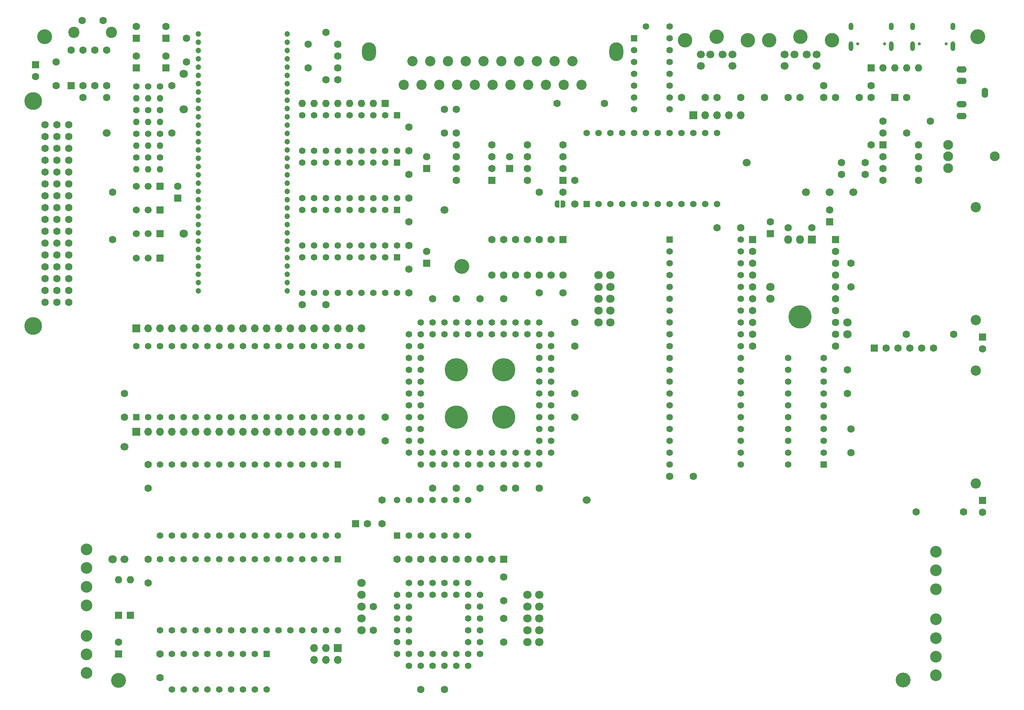
<source format=gbs>
G04 #@! TF.GenerationSoftware,KiCad,Pcbnew,5.1.9*
G04 #@! TF.CreationDate,2021-04-27T01:21:22+02:00*
G04 #@! TF.ProjectId,main,6d61696e-2e6b-4696-9361-645f70636258,rev?*
G04 #@! TF.SameCoordinates,Original*
G04 #@! TF.FileFunction,Soldermask,Bot*
G04 #@! TF.FilePolarity,Negative*
%FSLAX46Y46*%
G04 Gerber Fmt 4.6, Leading zero omitted, Abs format (unit mm)*
G04 Created by KiCad (PCBNEW 5.1.9) date 2021-04-27 01:21:22*
%MOMM*%
%LPD*%
G01*
G04 APERTURE LIST*
%ADD10C,0.650000*%
%ADD11O,1.000000X2.100000*%
%ADD12O,1.000000X1.600000*%
%ADD13C,1.700000*%
%ADD14C,3.200000*%
%ADD15C,1.422400*%
%ADD16R,1.422400X1.422400*%
%ADD17C,5.000000*%
%ADD18C,1.800000*%
%ADD19R,1.600000X1.600000*%
%ADD20C,1.600000*%
%ADD21C,3.800000*%
%ADD22C,2.100000*%
%ADD23O,1.600000X1.600000*%
%ADD24C,2.200000*%
%ADD25O,3.000000X4.000000*%
%ADD26C,3.100000*%
%ADD27C,2.500000*%
%ADD28O,1.400000X2.200000*%
%ADD29O,2.200000X1.400000*%
%ADD30C,0.100000*%
%ADD31C,2.400000*%
%ADD32C,1.200000*%
%ADD33R,1.520000X1.520000*%
%ADD34C,1.520000*%
%ADD35O,1.400000X1.400000*%
%ADD36C,1.400000*%
%ADD37O,1.800000X1.800000*%
%ADD38R,1.800000X1.800000*%
%ADD39O,1.700000X1.700000*%
%ADD40R,1.700000X1.700000*%
G04 APERTURE END LIST*
D10*
X208440000Y-21490000D03*
X214220000Y-21490000D03*
D11*
X215650000Y-22020000D03*
X207010000Y-22020000D03*
D12*
X215650000Y-17840000D03*
X207010000Y-17840000D03*
X193800000Y-17840000D03*
X202440000Y-17840000D03*
D11*
X193800000Y-22020000D03*
X202440000Y-22020000D03*
D10*
X201010000Y-21490000D03*
X195230000Y-21490000D03*
D13*
X184150000Y-53340000D03*
X194310000Y-53340000D03*
X137160000Y-119380000D03*
X171450000Y-46990000D03*
X189230000Y-53340000D03*
X106680000Y-57150000D03*
X34290000Y-40640000D03*
X38100000Y-107950000D03*
X38100000Y-132080000D03*
D14*
X21000000Y-20000000D03*
D15*
X137160000Y-40640000D03*
X165100000Y-55880000D03*
X139700000Y-40640000D03*
X162560000Y-55880000D03*
X142240000Y-40640000D03*
X160020000Y-55880000D03*
X144780000Y-40640000D03*
X157480000Y-55880000D03*
X147320000Y-40640000D03*
X154940000Y-55880000D03*
X149860000Y-40640000D03*
X152400000Y-55880000D03*
X152400000Y-40640000D03*
X149860000Y-55880000D03*
X154940000Y-40640000D03*
X147320000Y-55880000D03*
X157480000Y-40640000D03*
X144780000Y-55880000D03*
X160020000Y-40640000D03*
X142240000Y-55880000D03*
X162560000Y-40640000D03*
X139700000Y-55880000D03*
X165100000Y-40640000D03*
D16*
X137160000Y-55880000D03*
D15*
X114300000Y-83820000D03*
X114300000Y-81280000D03*
X111760000Y-81280000D03*
X111760000Y-83820000D03*
X109220000Y-81280000D03*
X109220000Y-83820000D03*
X106680000Y-81280000D03*
X106680000Y-83820000D03*
X104140000Y-81280000D03*
X104140000Y-83820000D03*
X101600000Y-81280000D03*
X99060000Y-83820000D03*
X101600000Y-83820000D03*
X99060000Y-86360000D03*
X101600000Y-86360000D03*
X99060000Y-88900000D03*
X101600000Y-88900000D03*
X99060000Y-91440000D03*
X101600000Y-91440000D03*
X99060000Y-93980000D03*
X101600000Y-93980000D03*
X99060000Y-96520000D03*
X101600000Y-96520000D03*
X99060000Y-99060000D03*
X101600000Y-99060000D03*
X99060000Y-101600000D03*
X101600000Y-101600000D03*
X99060000Y-109220000D03*
X99060000Y-104140000D03*
X101600000Y-104140000D03*
X99060000Y-106680000D03*
X101600000Y-106680000D03*
X101600000Y-111760000D03*
X101600000Y-109220000D03*
X104140000Y-111760000D03*
X104140000Y-109220000D03*
X106680000Y-111760000D03*
X106680000Y-109220000D03*
X109220000Y-111760000D03*
X109220000Y-109220000D03*
X111760000Y-111760000D03*
X111760000Y-109220000D03*
X114300000Y-111760000D03*
X114300000Y-109220000D03*
X116840000Y-111760000D03*
X116840000Y-109220000D03*
X119380000Y-111760000D03*
X119380000Y-109220000D03*
X121920000Y-111760000D03*
X121920000Y-109220000D03*
X124460000Y-111760000D03*
X124460000Y-109220000D03*
X127000000Y-111760000D03*
X129540000Y-109220000D03*
X127000000Y-109220000D03*
X129540000Y-106680000D03*
X127000000Y-106680000D03*
X129540000Y-104140000D03*
X127000000Y-104140000D03*
X129540000Y-101600000D03*
X127000000Y-101600000D03*
X129540000Y-99060000D03*
X127000000Y-99060000D03*
X129540000Y-96520000D03*
X127000000Y-96520000D03*
X129540000Y-93980000D03*
X127000000Y-93980000D03*
X129540000Y-91440000D03*
X127000000Y-91440000D03*
X129540000Y-88900000D03*
X127000000Y-88900000D03*
X129540000Y-86360000D03*
X127000000Y-86360000D03*
X129540000Y-83820000D03*
X127000000Y-81280000D03*
X127000000Y-83820000D03*
X124460000Y-81280000D03*
X124460000Y-83820000D03*
X121920000Y-81280000D03*
X121920000Y-83820000D03*
X119380000Y-81280000D03*
X119380000Y-83820000D03*
X116840000Y-81280000D03*
X116840000Y-83820000D03*
D17*
X109220000Y-101600000D03*
X119380000Y-101600000D03*
X119380000Y-91440000D03*
X109220000Y-91440000D03*
D18*
X142240000Y-71120000D03*
X139700000Y-71120000D03*
X139700000Y-73660000D03*
X142240000Y-73660000D03*
X142240000Y-81280000D03*
X139700000Y-81280000D03*
X142240000Y-78740000D03*
X139700000Y-78740000D03*
X142240000Y-76200000D03*
X139700000Y-76200000D03*
D19*
X132080000Y-63500000D03*
D20*
X116840000Y-71120000D03*
X129540000Y-63500000D03*
X119380000Y-71120000D03*
X127000000Y-63500000D03*
X121920000Y-71120000D03*
X124460000Y-63500000D03*
X124460000Y-71120000D03*
X121920000Y-63500000D03*
X127000000Y-71120000D03*
X119380000Y-63500000D03*
X129540000Y-71120000D03*
X116840000Y-63500000D03*
X132080000Y-71120000D03*
D15*
X96520000Y-74930000D03*
X76200000Y-67310000D03*
X93980000Y-74930000D03*
X78740000Y-67310000D03*
X91440000Y-74930000D03*
X81280000Y-67310000D03*
X88900000Y-74930000D03*
X83820000Y-67310000D03*
X86360000Y-74930000D03*
X86360000Y-67310000D03*
X83820000Y-74930000D03*
X88900000Y-67310000D03*
X81280000Y-74930000D03*
X91440000Y-67310000D03*
X78740000Y-74930000D03*
X93980000Y-67310000D03*
X76200000Y-74930000D03*
D16*
X96520000Y-67310000D03*
D14*
X110439200Y-69240400D03*
X205000000Y-158000000D03*
D20*
X26180000Y-77000000D03*
X26180000Y-74460000D03*
X26180000Y-71920000D03*
X26180000Y-69380000D03*
X26180000Y-66840000D03*
X26180000Y-64300000D03*
X26180000Y-61760000D03*
X26180000Y-59220000D03*
X26180000Y-56680000D03*
X26180000Y-54140000D03*
X26180000Y-51600000D03*
X26180000Y-49060000D03*
X26180000Y-46520000D03*
X26180000Y-43980000D03*
X26180000Y-41440000D03*
X26180000Y-38900000D03*
X23640000Y-77000000D03*
X23640000Y-74460000D03*
X23640000Y-71920000D03*
X23640000Y-69380000D03*
X23640000Y-66840000D03*
X23640000Y-64300000D03*
X23640000Y-61760000D03*
X23640000Y-59220000D03*
X23640000Y-56680000D03*
X23640000Y-54140000D03*
X23640000Y-51600000D03*
X23640000Y-49060000D03*
X23640000Y-46520000D03*
X23640000Y-43980000D03*
X23640000Y-41440000D03*
X23640000Y-38900000D03*
X21100000Y-77000000D03*
X21100000Y-74460000D03*
X21100000Y-71920000D03*
X21100000Y-69380000D03*
X21100000Y-66840000D03*
X21100000Y-64300000D03*
X21100000Y-61760000D03*
X21100000Y-59220000D03*
X21100000Y-56680000D03*
X21100000Y-54140000D03*
X21100000Y-51600000D03*
X21100000Y-49060000D03*
X21100000Y-46520000D03*
X21100000Y-43980000D03*
X21100000Y-41440000D03*
D21*
X18560000Y-82080000D03*
X18560000Y-33820000D03*
D20*
X21100000Y-38900000D03*
D22*
X214630000Y-43180000D03*
X214630000Y-45680000D03*
X214630000Y-48180000D03*
X224630000Y-45680000D03*
D15*
X68580000Y-160020000D03*
X48260000Y-152400000D03*
X66040000Y-160020000D03*
X50800000Y-152400000D03*
X63500000Y-160020000D03*
X53340000Y-152400000D03*
X60960000Y-160020000D03*
X55880000Y-152400000D03*
X58420000Y-160020000D03*
X58420000Y-152400000D03*
X55880000Y-160020000D03*
X60960000Y-152400000D03*
X53340000Y-160020000D03*
X63500000Y-152400000D03*
X50800000Y-160020000D03*
X66040000Y-152400000D03*
X48260000Y-160020000D03*
D16*
X68580000Y-152400000D03*
D19*
X39370000Y-144145000D03*
D23*
X39370000Y-136525000D03*
D15*
X40640000Y-86360000D03*
X88900000Y-101600000D03*
X43180000Y-86360000D03*
X86360000Y-101600000D03*
X45720000Y-86360000D03*
X83820000Y-101600000D03*
X48260000Y-86360000D03*
X81280000Y-101600000D03*
X50800000Y-86360000D03*
X78740000Y-101600000D03*
X53340000Y-86360000D03*
X76200000Y-101600000D03*
X55880000Y-86360000D03*
X73660000Y-101600000D03*
X58420000Y-86360000D03*
X71120000Y-101600000D03*
X60960000Y-86360000D03*
X68580000Y-101600000D03*
X63500000Y-86360000D03*
X66040000Y-101600000D03*
X66040000Y-86360000D03*
X63500000Y-101600000D03*
X68580000Y-86360000D03*
X60960000Y-101600000D03*
X71120000Y-86360000D03*
X58420000Y-101600000D03*
X73660000Y-86360000D03*
X55880000Y-101600000D03*
X76200000Y-86360000D03*
X53340000Y-101600000D03*
X78740000Y-86360000D03*
X50800000Y-101600000D03*
X81280000Y-86360000D03*
X48260000Y-101600000D03*
X83820000Y-86360000D03*
X45720000Y-101600000D03*
X86360000Y-86360000D03*
X43180000Y-101600000D03*
X88900000Y-86360000D03*
D16*
X40640000Y-101600000D03*
D14*
X221000000Y-20000000D03*
X36830000Y-158115000D03*
D24*
X97950000Y-30298640D03*
X99855000Y-25218640D03*
X101760000Y-30298640D03*
X103665000Y-25218640D03*
X105570000Y-30298640D03*
X107475000Y-25218640D03*
X109380000Y-30298640D03*
X111285000Y-25218640D03*
X113190000Y-30298640D03*
X115095000Y-25218640D03*
X117000000Y-30298640D03*
X118905000Y-25218640D03*
X120810000Y-30298640D03*
X122715000Y-25218640D03*
X124620000Y-30298640D03*
X126525000Y-25218640D03*
X128430000Y-30298640D03*
X130335000Y-25218640D03*
X132240000Y-30298640D03*
X134145000Y-25218640D03*
X136050000Y-30298640D03*
D25*
X90500180Y-23219660D03*
X143499820Y-23219660D03*
D20*
X132080000Y-74930000D03*
X127000000Y-74930000D03*
X38100000Y-101600000D03*
X38100000Y-96520000D03*
X43180000Y-116840000D03*
X43180000Y-111760000D03*
X43180000Y-132080000D03*
X43180000Y-137160000D03*
X93345000Y-119380000D03*
X93345000Y-124460000D03*
X23495000Y-30480000D03*
X23495000Y-25400000D03*
X29210000Y-33020000D03*
X34290000Y-33020000D03*
D19*
X19050000Y-26035000D03*
D20*
X19050000Y-28575000D03*
X114300000Y-76200000D03*
X119380000Y-76200000D03*
X134620000Y-86360000D03*
X134620000Y-81280000D03*
X134620000Y-96520000D03*
X134620000Y-101600000D03*
X114300000Y-116840000D03*
X119380000Y-116840000D03*
X127000000Y-116840000D03*
X121920000Y-116840000D03*
X109220000Y-116840000D03*
X104140000Y-116840000D03*
X93980000Y-101600000D03*
X93980000Y-106680000D03*
X109220000Y-76200000D03*
X104140000Y-76200000D03*
X83820000Y-24130000D03*
X83820000Y-21590000D03*
X83820000Y-29210000D03*
X83820000Y-26670000D03*
X99060000Y-69850000D03*
X99060000Y-74930000D03*
X99060000Y-64770000D03*
X99060000Y-59690000D03*
X99060000Y-49530000D03*
X99060000Y-54610000D03*
X99060000Y-44450000D03*
X99060000Y-39370000D03*
X49530000Y-52070000D03*
D19*
X49530000Y-54610000D03*
X102870000Y-48260000D03*
D20*
X102870000Y-45720000D03*
X102870000Y-66040000D03*
D19*
X102870000Y-68580000D03*
D20*
X40640000Y-17780000D03*
D19*
X40640000Y-20320000D03*
D20*
X51435000Y-20320000D03*
X51435000Y-25400000D03*
X81280000Y-77470000D03*
X76200000Y-77470000D03*
D19*
X46990000Y-26670000D03*
D20*
X46990000Y-24130000D03*
X193820000Y-104160000D03*
X193820000Y-109240000D03*
X193820000Y-68600000D03*
X193820000Y-73680000D03*
X193040000Y-96520000D03*
X193040000Y-91440000D03*
X191770000Y-49530000D03*
X196850000Y-49530000D03*
X195580000Y-33020000D03*
X190500000Y-33020000D03*
D19*
X87630000Y-124460000D03*
D20*
X90170000Y-124460000D03*
X191770000Y-46990000D03*
X196850000Y-46990000D03*
X157480000Y-33020000D03*
X162560000Y-33020000D03*
X165100000Y-33020000D03*
X170180000Y-33020000D03*
X175260000Y-33020000D03*
X180340000Y-33020000D03*
X182880000Y-33020000D03*
X187960000Y-33020000D03*
D15*
X149860000Y-17780000D03*
X154940000Y-17780000D03*
D20*
X170180000Y-60960000D03*
X165100000Y-60960000D03*
X134620000Y-50800000D03*
X134620000Y-55880000D03*
X127000000Y-53340000D03*
X132080000Y-53340000D03*
X120650000Y-45720000D03*
D19*
X120650000Y-48260000D03*
D20*
X106680000Y-35560000D03*
X106680000Y-40640000D03*
X109220000Y-40640000D03*
X109220000Y-35560000D03*
X205740000Y-40640000D03*
X200660000Y-40640000D03*
D19*
X203200000Y-33020000D03*
D20*
X205740000Y-33020000D03*
X222000000Y-122040000D03*
D19*
X222000000Y-119500000D03*
X222000000Y-84460000D03*
D20*
X222000000Y-87000000D03*
D23*
X36830000Y-136525000D03*
D19*
X36830000Y-144145000D03*
D24*
X220532200Y-115816848D03*
X220532200Y-91620808D03*
X220532200Y-56620808D03*
X220532200Y-80816848D03*
D13*
X163700000Y-23800000D03*
X166300000Y-23800000D03*
X161600000Y-26300000D03*
X168400000Y-26300000D03*
X161600000Y-23800000D03*
X168400000Y-23800000D03*
D26*
X171750000Y-20800000D03*
X165000000Y-20000000D03*
X158250000Y-20800000D03*
X176250000Y-20800000D03*
X183000000Y-20000000D03*
X189750000Y-20800000D03*
D13*
X186400000Y-23800000D03*
X179600000Y-23800000D03*
X186400000Y-26300000D03*
X179600000Y-26300000D03*
X184300000Y-23800000D03*
X181700000Y-23800000D03*
D27*
X30000000Y-156500000D03*
X30000000Y-152500000D03*
X30000000Y-148500000D03*
X30000000Y-142000000D03*
X30000000Y-138000000D03*
X30000000Y-134000000D03*
X30000000Y-130000000D03*
X212000000Y-157000000D03*
X212000000Y-153000000D03*
X212000000Y-149000000D03*
X212000000Y-145000000D03*
X212000000Y-138500000D03*
X212000000Y-134500000D03*
X212000000Y-130500000D03*
D28*
X222500000Y-32000000D03*
D29*
X217500000Y-34500000D03*
X217500000Y-37000000D03*
X217500000Y-29500000D03*
X217500000Y-27000000D03*
D30*
G36*
X130810000Y-56629398D02*
G01*
X130785466Y-56629398D01*
X130736635Y-56624588D01*
X130688510Y-56615016D01*
X130641555Y-56600772D01*
X130596222Y-56581995D01*
X130552949Y-56558864D01*
X130512150Y-56531604D01*
X130474221Y-56500476D01*
X130439524Y-56465779D01*
X130408396Y-56427850D01*
X130381136Y-56387051D01*
X130358005Y-56343778D01*
X130339228Y-56298445D01*
X130324984Y-56251490D01*
X130315412Y-56203365D01*
X130310602Y-56154534D01*
X130310602Y-56130000D01*
X130310000Y-56130000D01*
X130310000Y-55630000D01*
X130310602Y-55630000D01*
X130310602Y-55605466D01*
X130315412Y-55556635D01*
X130324984Y-55508510D01*
X130339228Y-55461555D01*
X130358005Y-55416222D01*
X130381136Y-55372949D01*
X130408396Y-55332150D01*
X130439524Y-55294221D01*
X130474221Y-55259524D01*
X130512150Y-55228396D01*
X130552949Y-55201136D01*
X130596222Y-55178005D01*
X130641555Y-55159228D01*
X130688510Y-55144984D01*
X130736635Y-55135412D01*
X130785466Y-55130602D01*
X130810000Y-55130602D01*
X130810000Y-55130000D01*
X131310000Y-55130000D01*
X131310000Y-56630000D01*
X130810000Y-56630000D01*
X130810000Y-56629398D01*
G37*
G36*
X131610000Y-55130000D02*
G01*
X132110000Y-55130000D01*
X132110000Y-55130602D01*
X132134534Y-55130602D01*
X132183365Y-55135412D01*
X132231490Y-55144984D01*
X132278445Y-55159228D01*
X132323778Y-55178005D01*
X132367051Y-55201136D01*
X132407850Y-55228396D01*
X132445779Y-55259524D01*
X132480476Y-55294221D01*
X132511604Y-55332150D01*
X132538864Y-55372949D01*
X132561995Y-55416222D01*
X132580772Y-55461555D01*
X132595016Y-55508510D01*
X132604588Y-55556635D01*
X132609398Y-55605466D01*
X132609398Y-55630000D01*
X132610000Y-55630000D01*
X132610000Y-56130000D01*
X132609398Y-56130000D01*
X132609398Y-56154534D01*
X132604588Y-56203365D01*
X132595016Y-56251490D01*
X132580772Y-56298445D01*
X132561995Y-56343778D01*
X132538864Y-56387051D01*
X132511604Y-56427850D01*
X132480476Y-56465779D01*
X132445779Y-56500476D01*
X132407850Y-56531604D01*
X132367051Y-56558864D01*
X132323778Y-56581995D01*
X132278445Y-56600772D01*
X132231490Y-56615016D01*
X132183365Y-56624588D01*
X132134534Y-56629398D01*
X132110000Y-56629398D01*
X132110000Y-56630000D01*
X131610000Y-56630000D01*
X131610000Y-55130000D01*
G37*
D20*
X81280000Y-19050000D03*
X81280000Y-29210000D03*
X207790000Y-121940000D03*
X217950000Y-121940000D03*
X205656400Y-83865400D03*
X215816400Y-83865400D03*
X198120000Y-30480000D03*
X187960000Y-30480000D03*
X198120000Y-43180000D03*
X198120000Y-33020000D03*
X200660000Y-38100000D03*
X210820000Y-38100000D03*
X211523800Y-86837200D03*
X208983800Y-86837200D03*
X206443800Y-86837200D03*
X203903800Y-86837200D03*
X201363800Y-86837200D03*
D19*
X198823800Y-86837200D03*
D20*
X29055060Y-16550640D03*
D31*
X27305000Y-19050000D03*
X35306000Y-19050000D03*
D20*
X33555940Y-16550640D03*
X26670000Y-22860000D03*
X34290000Y-30480000D03*
X29210000Y-22860000D03*
X31750000Y-30480000D03*
X31750000Y-22860000D03*
X29210000Y-30480000D03*
X34290000Y-22860000D03*
D19*
X26670000Y-30480000D03*
D15*
X96520000Y-119380000D03*
X111760000Y-127000000D03*
X99060000Y-119380000D03*
X109220000Y-127000000D03*
X101600000Y-119380000D03*
X106680000Y-127000000D03*
X104140000Y-119380000D03*
X104140000Y-127000000D03*
X106680000Y-119380000D03*
X101600000Y-127000000D03*
X109220000Y-119380000D03*
X99060000Y-127000000D03*
X111760000Y-119380000D03*
D16*
X96520000Y-127000000D03*
X83820000Y-111760000D03*
D15*
X55880000Y-127000000D03*
X81280000Y-111760000D03*
X58420000Y-127000000D03*
X78740000Y-111760000D03*
X60960000Y-127000000D03*
X76200000Y-111760000D03*
X63500000Y-127000000D03*
X73660000Y-111760000D03*
X66040000Y-127000000D03*
X71120000Y-111760000D03*
X68580000Y-127000000D03*
X68580000Y-111760000D03*
X71120000Y-127000000D03*
X66040000Y-111760000D03*
X73660000Y-127000000D03*
X63500000Y-111760000D03*
X76200000Y-127000000D03*
X60960000Y-111760000D03*
X78740000Y-127000000D03*
X58420000Y-111760000D03*
X81280000Y-127000000D03*
X55880000Y-111760000D03*
X83820000Y-127000000D03*
X53340000Y-111760000D03*
X50800000Y-111760000D03*
X48260000Y-111760000D03*
X45720000Y-111760000D03*
X45720000Y-127000000D03*
X48260000Y-127000000D03*
X50800000Y-127000000D03*
X53340000Y-127000000D03*
D16*
X96520000Y-46990000D03*
D15*
X76200000Y-54610000D03*
X93980000Y-46990000D03*
X78740000Y-54610000D03*
X91440000Y-46990000D03*
X81280000Y-54610000D03*
X88900000Y-46990000D03*
X83820000Y-54610000D03*
X86360000Y-46990000D03*
X86360000Y-54610000D03*
X83820000Y-46990000D03*
X88900000Y-54610000D03*
X81280000Y-46990000D03*
X91440000Y-54610000D03*
X78740000Y-46990000D03*
X93980000Y-54610000D03*
X76200000Y-46990000D03*
X96520000Y-54610000D03*
X96520000Y-64770000D03*
X76200000Y-57150000D03*
X93980000Y-64770000D03*
X78740000Y-57150000D03*
X91440000Y-64770000D03*
X81280000Y-57150000D03*
X88900000Y-64770000D03*
X83820000Y-57150000D03*
X86360000Y-64770000D03*
X86360000Y-57150000D03*
X83820000Y-64770000D03*
X88900000Y-57150000D03*
X81280000Y-64770000D03*
X91440000Y-57150000D03*
X78740000Y-64770000D03*
X93980000Y-57150000D03*
X76200000Y-64770000D03*
D16*
X96520000Y-57150000D03*
X96520000Y-36830000D03*
D15*
X76200000Y-44450000D03*
X93980000Y-36830000D03*
X78740000Y-44450000D03*
X91440000Y-36830000D03*
X81280000Y-44450000D03*
X88900000Y-36830000D03*
X83820000Y-44450000D03*
X86360000Y-36830000D03*
X86360000Y-44450000D03*
X83820000Y-36830000D03*
X88900000Y-44450000D03*
X81280000Y-36830000D03*
X91440000Y-44450000D03*
X78740000Y-36830000D03*
X93980000Y-44450000D03*
X76200000Y-36830000D03*
X96520000Y-44450000D03*
D32*
X53975000Y-19431000D03*
X53975000Y-21209000D03*
X53975000Y-22987000D03*
X53975000Y-24765000D03*
X53975000Y-26543000D03*
X53975000Y-28321000D03*
X53975000Y-30099000D03*
X53975000Y-31877000D03*
X53975000Y-33655000D03*
X53975000Y-35433000D03*
X53975000Y-37211000D03*
X53975000Y-38989000D03*
X53975000Y-40767000D03*
X53975000Y-42545000D03*
X53975000Y-44323000D03*
X53975000Y-46101000D03*
X53975000Y-47879000D03*
X53975000Y-49657000D03*
X53975000Y-51435000D03*
X53975000Y-53213000D03*
X53975000Y-54991000D03*
X53975000Y-56769000D03*
X53975000Y-58547000D03*
X53975000Y-60325000D03*
X53975000Y-62103000D03*
X53975000Y-63881000D03*
X53975000Y-65659000D03*
X53975000Y-67437000D03*
X53975000Y-69215000D03*
X53975000Y-70993000D03*
X53975000Y-72771000D03*
X53975000Y-74549000D03*
X73025000Y-19431000D03*
X73025000Y-21209000D03*
X73025000Y-22987000D03*
X73025000Y-24765000D03*
X73025000Y-26543000D03*
X73025000Y-28321000D03*
X73025000Y-30099000D03*
X73025000Y-31877000D03*
X73025000Y-33655000D03*
X73025000Y-35433000D03*
X73025000Y-37211000D03*
X73025000Y-38989000D03*
X73025000Y-40767000D03*
X73025000Y-42545000D03*
X73025000Y-44323000D03*
X73025000Y-46101000D03*
X73025000Y-47879000D03*
X73025000Y-49657000D03*
X73025000Y-51435000D03*
X73025000Y-53213000D03*
X73025000Y-54991000D03*
X73025000Y-56769000D03*
X73025000Y-58547000D03*
X73025000Y-60325000D03*
X73025000Y-62103000D03*
X73025000Y-63881000D03*
X73025000Y-65659000D03*
X73025000Y-67437000D03*
X73025000Y-69215000D03*
X73025000Y-70993000D03*
X73025000Y-72771000D03*
X73025000Y-74549000D03*
D15*
X180340000Y-111760000D03*
X187960000Y-88900000D03*
X180340000Y-109220000D03*
X187960000Y-91440000D03*
X180340000Y-106680000D03*
X187960000Y-93980000D03*
X180340000Y-104140000D03*
X187960000Y-96520000D03*
X180340000Y-101600000D03*
X187960000Y-99060000D03*
X180340000Y-99060000D03*
X187960000Y-101600000D03*
X180340000Y-96520000D03*
X187960000Y-104140000D03*
X180340000Y-93980000D03*
X187960000Y-106680000D03*
X180340000Y-91440000D03*
X187960000Y-109220000D03*
X180340000Y-88900000D03*
D16*
X187960000Y-111760000D03*
D15*
X170180000Y-63500000D03*
X154940000Y-111760000D03*
X170180000Y-66040000D03*
X154940000Y-109220000D03*
X170180000Y-68580000D03*
X154940000Y-106680000D03*
X170180000Y-71120000D03*
X154940000Y-104140000D03*
X170180000Y-73660000D03*
X154940000Y-101600000D03*
X170180000Y-76200000D03*
X154940000Y-99060000D03*
X170180000Y-78740000D03*
X154940000Y-96520000D03*
X170180000Y-81280000D03*
X154940000Y-93980000D03*
X170180000Y-83820000D03*
X154940000Y-91440000D03*
X170180000Y-86360000D03*
X154940000Y-88900000D03*
X170180000Y-88900000D03*
X154940000Y-86360000D03*
X170180000Y-91440000D03*
X154940000Y-83820000D03*
X170180000Y-93980000D03*
X154940000Y-81280000D03*
X170180000Y-96520000D03*
X154940000Y-78740000D03*
X170180000Y-99060000D03*
X154940000Y-76200000D03*
X170180000Y-101600000D03*
X154940000Y-73660000D03*
X170180000Y-104140000D03*
X154940000Y-71120000D03*
X170180000Y-106680000D03*
X154940000Y-68580000D03*
X170180000Y-109220000D03*
X154940000Y-66040000D03*
X170180000Y-111760000D03*
D16*
X154940000Y-63500000D03*
D20*
X109220000Y-50800000D03*
X116840000Y-43180000D03*
X109220000Y-48260000D03*
X116840000Y-45720000D03*
X109220000Y-45720000D03*
X116840000Y-48260000D03*
X109220000Y-43180000D03*
D19*
X116840000Y-50800000D03*
X132080000Y-50800000D03*
D20*
X124460000Y-43180000D03*
X132080000Y-48260000D03*
X124460000Y-45720000D03*
X132080000Y-45720000D03*
X124460000Y-48260000D03*
X132080000Y-43180000D03*
X124460000Y-50800000D03*
D19*
X200660000Y-43180000D03*
D20*
X208280000Y-50800000D03*
X200660000Y-45720000D03*
X208280000Y-48260000D03*
X200660000Y-48260000D03*
X208280000Y-45720000D03*
X200660000Y-50800000D03*
X208280000Y-43180000D03*
X77470000Y-26670000D03*
X77470000Y-21590000D03*
D15*
X53340000Y-147320000D03*
X50800000Y-147320000D03*
X48260000Y-147320000D03*
X45720000Y-147320000D03*
X45720000Y-132080000D03*
X48260000Y-132080000D03*
X50800000Y-132080000D03*
X53340000Y-132080000D03*
X83820000Y-147320000D03*
X55880000Y-132080000D03*
X81280000Y-147320000D03*
X58420000Y-132080000D03*
X78740000Y-147320000D03*
X60960000Y-132080000D03*
X76200000Y-147320000D03*
X63500000Y-132080000D03*
X73660000Y-147320000D03*
X66040000Y-132080000D03*
X71120000Y-147320000D03*
X68580000Y-132080000D03*
X68580000Y-147320000D03*
X71120000Y-132080000D03*
X66040000Y-147320000D03*
X73660000Y-132080000D03*
X63500000Y-147320000D03*
X76200000Y-132080000D03*
X60960000Y-147320000D03*
X78740000Y-132080000D03*
X58420000Y-147320000D03*
X81280000Y-132080000D03*
X55880000Y-147320000D03*
D16*
X83820000Y-132080000D03*
D19*
X93980000Y-34290000D03*
D23*
X91440000Y-34290000D03*
X88900000Y-34290000D03*
X86360000Y-34290000D03*
X83820000Y-34290000D03*
X81280000Y-34290000D03*
X78740000Y-34290000D03*
X76200000Y-34290000D03*
D20*
X190500000Y-86360000D03*
X190500000Y-83820000D03*
X190500000Y-81280000D03*
X190500000Y-78740000D03*
X190500000Y-76200000D03*
X190500000Y-73660000D03*
X190500000Y-71120000D03*
X190500000Y-68580000D03*
X190500000Y-66040000D03*
D19*
X190500000Y-63500000D03*
X40640000Y-26670000D03*
D20*
X40640000Y-24130000D03*
X46990000Y-17780000D03*
D19*
X46990000Y-20320000D03*
D20*
X130810000Y-34290000D03*
X140970000Y-34290000D03*
D33*
X45720000Y-62230000D03*
D34*
X40640000Y-62230000D03*
X43180000Y-62230000D03*
X43180000Y-67470000D03*
X40640000Y-67470000D03*
D33*
X45720000Y-67470000D03*
D34*
X43180000Y-57150000D03*
X40640000Y-57150000D03*
D33*
X45720000Y-57150000D03*
X45720000Y-52070000D03*
D34*
X40640000Y-52070000D03*
X43180000Y-52070000D03*
D19*
X36830000Y-152400000D03*
D20*
X36830000Y-149860000D03*
X45720000Y-157480000D03*
X45720000Y-152400000D03*
X96520000Y-132080000D03*
X99060000Y-132080000D03*
X101600000Y-132080000D03*
X104140000Y-132080000D03*
X106680000Y-132080000D03*
X109220000Y-132080000D03*
X111760000Y-132080000D03*
X114300000Y-132080000D03*
X116840000Y-132080000D03*
D19*
X119380000Y-132080000D03*
D15*
X154940000Y-20320000D03*
X147320000Y-35560000D03*
X154940000Y-22860000D03*
X147320000Y-33020000D03*
X154940000Y-25400000D03*
X147320000Y-30480000D03*
X154940000Y-27940000D03*
X147320000Y-27940000D03*
X154940000Y-30480000D03*
X147320000Y-25400000D03*
X154940000Y-33020000D03*
X147320000Y-22860000D03*
X154940000Y-35560000D03*
D16*
X147320000Y-20320000D03*
D20*
X101600000Y-160020000D03*
X106680000Y-160020000D03*
X91440000Y-147320000D03*
X91440000Y-142240000D03*
X119380000Y-135890000D03*
X119380000Y-140970000D03*
X119380000Y-144780000D03*
X119380000Y-149860000D03*
D18*
X127000000Y-139700000D03*
X124460000Y-139700000D03*
X124460000Y-142240000D03*
X127000000Y-142240000D03*
X127000000Y-149860000D03*
X124460000Y-149860000D03*
X127000000Y-147320000D03*
X124460000Y-147320000D03*
X127000000Y-144780000D03*
X124460000Y-144780000D03*
D35*
X40640000Y-38260000D03*
D36*
X40640000Y-35720000D03*
X45720000Y-45880000D03*
D35*
X45720000Y-48420000D03*
X43180000Y-48420000D03*
D36*
X43180000Y-45880000D03*
X40640000Y-45880000D03*
D35*
X40640000Y-48420000D03*
X45720000Y-38260000D03*
D36*
X45720000Y-35720000D03*
D35*
X45720000Y-43340000D03*
D36*
X45720000Y-40800000D03*
X43180000Y-40800000D03*
D35*
X43180000Y-43340000D03*
X43180000Y-38260000D03*
D36*
X43180000Y-35720000D03*
X40640000Y-40800000D03*
D35*
X40640000Y-43340000D03*
X45720000Y-33180000D03*
D36*
X45720000Y-30640000D03*
X43180000Y-30640000D03*
D35*
X43180000Y-33180000D03*
X40640000Y-33180000D03*
D36*
X40640000Y-30640000D03*
D19*
X189230000Y-59690000D03*
D20*
X189230000Y-57150000D03*
X185420000Y-60960000D03*
X180340000Y-60960000D03*
D19*
X176530000Y-62230000D03*
D20*
X176530000Y-59690000D03*
D37*
X180340000Y-63500000D03*
X182880000Y-63500000D03*
D38*
X185420000Y-63500000D03*
D17*
X182880000Y-80160000D03*
D19*
X198120000Y-26670000D03*
D23*
X200660000Y-26670000D03*
X203200000Y-26670000D03*
X205740000Y-26670000D03*
X208280000Y-26670000D03*
D20*
X160020000Y-114300000D03*
X154940000Y-114300000D03*
X172720000Y-86360000D03*
X172720000Y-83820000D03*
X172720000Y-81280000D03*
X172720000Y-78740000D03*
X172720000Y-76200000D03*
X172720000Y-73660000D03*
X172720000Y-71120000D03*
X172720000Y-68580000D03*
X172720000Y-66040000D03*
D19*
X172720000Y-63500000D03*
D20*
X48260000Y-30480000D03*
X48260000Y-40640000D03*
D39*
X88900000Y-104775000D03*
X86360000Y-104775000D03*
X83820000Y-104775000D03*
X81280000Y-104775000D03*
X78740000Y-104775000D03*
X76200000Y-104775000D03*
X73660000Y-104775000D03*
X71120000Y-104775000D03*
X68580000Y-104775000D03*
X66040000Y-104775000D03*
X63500000Y-104775000D03*
X60960000Y-104775000D03*
X58420000Y-104775000D03*
X55880000Y-104775000D03*
X53340000Y-104775000D03*
X50800000Y-104775000D03*
X48260000Y-104775000D03*
X45720000Y-104775000D03*
X43180000Y-104775000D03*
D40*
X40640000Y-104775000D03*
X40640000Y-82550000D03*
D39*
X43180000Y-82550000D03*
X45720000Y-82550000D03*
X48260000Y-82550000D03*
X50800000Y-82550000D03*
X53340000Y-82550000D03*
X55880000Y-82550000D03*
X58420000Y-82550000D03*
X60960000Y-82550000D03*
X63500000Y-82550000D03*
X66040000Y-82550000D03*
X68580000Y-82550000D03*
X71120000Y-82550000D03*
X73660000Y-82550000D03*
X76200000Y-82550000D03*
X78740000Y-82550000D03*
X81280000Y-82550000D03*
X83820000Y-82550000D03*
X86360000Y-82550000D03*
X88900000Y-82550000D03*
D18*
X88900000Y-147320000D03*
X88900000Y-144780000D03*
X88900000Y-142240000D03*
X88900000Y-139700000D03*
X88900000Y-137160000D03*
X50800000Y-35560000D03*
X50800000Y-27940000D03*
X176530000Y-73660000D03*
X176530000Y-76200000D03*
X50800000Y-62230000D03*
X193040000Y-83820000D03*
X193040000Y-81280000D03*
X35560000Y-132080000D03*
D15*
X114300000Y-139700000D03*
X114300000Y-142240000D03*
X114300000Y-144780000D03*
X114300000Y-147320000D03*
X114300000Y-149860000D03*
X114300000Y-152400000D03*
X111760000Y-137160000D03*
X111760000Y-142240000D03*
X111760000Y-144780000D03*
X111760000Y-147320000D03*
X111760000Y-149860000D03*
X111760000Y-154940000D03*
X109220000Y-154940000D03*
X106680000Y-154940000D03*
X104140000Y-154940000D03*
X101600000Y-154940000D03*
X99060000Y-154940000D03*
X111760000Y-152400000D03*
X109220000Y-152400000D03*
X106680000Y-152400000D03*
X104140000Y-152400000D03*
X101600000Y-152400000D03*
X99060000Y-152400000D03*
X96520000Y-152400000D03*
X96520000Y-149860000D03*
X96520000Y-147320000D03*
X96520000Y-144780000D03*
X96520000Y-142240000D03*
X96520000Y-139700000D03*
X99060000Y-149860000D03*
X99060000Y-147320000D03*
X99060000Y-144780000D03*
X99060000Y-142240000D03*
X99060000Y-139700000D03*
X111760000Y-137160000D03*
X109220000Y-137160000D03*
X106680000Y-137160000D03*
X99060000Y-137160000D03*
X101600000Y-137160000D03*
X104140000Y-137160000D03*
X114300000Y-139700000D03*
X111760000Y-139700000D03*
X109220000Y-139700000D03*
X101600000Y-139700000D03*
X104140000Y-139700000D03*
X106680000Y-139700000D03*
D39*
X78740000Y-153670000D03*
X78740000Y-151130000D03*
X81280000Y-153670000D03*
X81280000Y-151130000D03*
X83820000Y-153670000D03*
D40*
X83820000Y-151130000D03*
D39*
X170180000Y-36830000D03*
X167640000Y-36830000D03*
X165100000Y-36830000D03*
X162560000Y-36830000D03*
D40*
X160020000Y-36830000D03*
D20*
X35560000Y-63500000D03*
X35560000Y-53340000D03*
M02*

</source>
